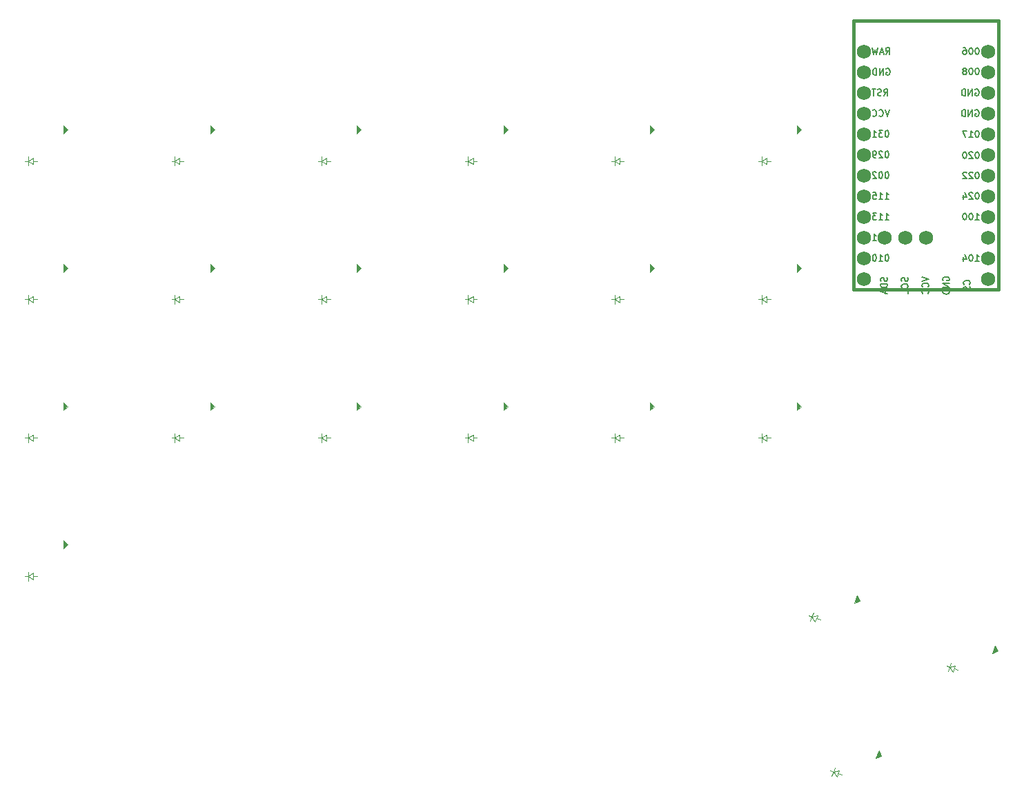
<source format=gbr>
%TF.GenerationSoftware,KiCad,Pcbnew,8.0.5*%
%TF.CreationDate,2024-09-15T18:20:55-04:00*%
%TF.ProjectId,theguy,74686567-7579-42e6-9b69-6361645f7063,v1.0.0*%
%TF.SameCoordinates,Original*%
%TF.FileFunction,Legend,Bot*%
%TF.FilePolarity,Positive*%
%FSLAX46Y46*%
G04 Gerber Fmt 4.6, Leading zero omitted, Abs format (unit mm)*
G04 Created by KiCad (PCBNEW 8.0.5) date 2024-09-15 18:20:55*
%MOMM*%
%LPD*%
G01*
G04 APERTURE LIST*
%ADD10C,0.150000*%
%ADD11C,0.100000*%
%ADD12C,0.381000*%
%ADD13C,1.752600*%
G04 APERTURE END LIST*
D10*
X175044200Y-71303571D02*
X175082295Y-71417857D01*
X175082295Y-71417857D02*
X175082295Y-71608333D01*
X175082295Y-71608333D02*
X175044200Y-71684524D01*
X175044200Y-71684524D02*
X175006104Y-71722619D01*
X175006104Y-71722619D02*
X174929914Y-71760714D01*
X174929914Y-71760714D02*
X174853723Y-71760714D01*
X174853723Y-71760714D02*
X174777533Y-71722619D01*
X174777533Y-71722619D02*
X174739438Y-71684524D01*
X174739438Y-71684524D02*
X174701342Y-71608333D01*
X174701342Y-71608333D02*
X174663247Y-71455952D01*
X174663247Y-71455952D02*
X174625152Y-71379762D01*
X174625152Y-71379762D02*
X174587057Y-71341667D01*
X174587057Y-71341667D02*
X174510866Y-71303571D01*
X174510866Y-71303571D02*
X174434676Y-71303571D01*
X174434676Y-71303571D02*
X174358485Y-71341667D01*
X174358485Y-71341667D02*
X174320390Y-71379762D01*
X174320390Y-71379762D02*
X174282295Y-71455952D01*
X174282295Y-71455952D02*
X174282295Y-71646429D01*
X174282295Y-71646429D02*
X174320390Y-71760714D01*
X175082295Y-72103572D02*
X174282295Y-72103572D01*
X174282295Y-72103572D02*
X174282295Y-72294048D01*
X174282295Y-72294048D02*
X174320390Y-72408334D01*
X174320390Y-72408334D02*
X174396580Y-72484524D01*
X174396580Y-72484524D02*
X174472771Y-72522619D01*
X174472771Y-72522619D02*
X174625152Y-72560715D01*
X174625152Y-72560715D02*
X174739438Y-72560715D01*
X174739438Y-72560715D02*
X174891819Y-72522619D01*
X174891819Y-72522619D02*
X174968009Y-72484524D01*
X174968009Y-72484524D02*
X175044200Y-72408334D01*
X175044200Y-72408334D02*
X175082295Y-72294048D01*
X175082295Y-72294048D02*
X175082295Y-72103572D01*
X174853723Y-72865476D02*
X174853723Y-73246429D01*
X175082295Y-72789286D02*
X174282295Y-73055953D01*
X174282295Y-73055953D02*
X175082295Y-73322619D01*
X179362295Y-71208333D02*
X180162295Y-71475000D01*
X180162295Y-71475000D02*
X179362295Y-71741666D01*
X180086104Y-72465476D02*
X180124200Y-72427380D01*
X180124200Y-72427380D02*
X180162295Y-72313095D01*
X180162295Y-72313095D02*
X180162295Y-72236904D01*
X180162295Y-72236904D02*
X180124200Y-72122618D01*
X180124200Y-72122618D02*
X180048009Y-72046428D01*
X180048009Y-72046428D02*
X179971819Y-72008333D01*
X179971819Y-72008333D02*
X179819438Y-71970237D01*
X179819438Y-71970237D02*
X179705152Y-71970237D01*
X179705152Y-71970237D02*
X179552771Y-72008333D01*
X179552771Y-72008333D02*
X179476580Y-72046428D01*
X179476580Y-72046428D02*
X179400390Y-72122618D01*
X179400390Y-72122618D02*
X179362295Y-72236904D01*
X179362295Y-72236904D02*
X179362295Y-72313095D01*
X179362295Y-72313095D02*
X179400390Y-72427380D01*
X179400390Y-72427380D02*
X179438485Y-72465476D01*
X180086104Y-73265476D02*
X180124200Y-73227380D01*
X180124200Y-73227380D02*
X180162295Y-73113095D01*
X180162295Y-73113095D02*
X180162295Y-73036904D01*
X180162295Y-73036904D02*
X180124200Y-72922618D01*
X180124200Y-72922618D02*
X180048009Y-72846428D01*
X180048009Y-72846428D02*
X179971819Y-72808333D01*
X179971819Y-72808333D02*
X179819438Y-72770237D01*
X179819438Y-72770237D02*
X179705152Y-72770237D01*
X179705152Y-72770237D02*
X179552771Y-72808333D01*
X179552771Y-72808333D02*
X179476580Y-72846428D01*
X179476580Y-72846428D02*
X179400390Y-72922618D01*
X179400390Y-72922618D02*
X179362295Y-73036904D01*
X179362295Y-73036904D02*
X179362295Y-73113095D01*
X179362295Y-73113095D02*
X179400390Y-73227380D01*
X179400390Y-73227380D02*
X179438485Y-73265476D01*
X185166104Y-72141667D02*
X185204200Y-72103571D01*
X185204200Y-72103571D02*
X185242295Y-71989286D01*
X185242295Y-71989286D02*
X185242295Y-71913095D01*
X185242295Y-71913095D02*
X185204200Y-71798809D01*
X185204200Y-71798809D02*
X185128009Y-71722619D01*
X185128009Y-71722619D02*
X185051819Y-71684524D01*
X185051819Y-71684524D02*
X184899438Y-71646428D01*
X184899438Y-71646428D02*
X184785152Y-71646428D01*
X184785152Y-71646428D02*
X184632771Y-71684524D01*
X184632771Y-71684524D02*
X184556580Y-71722619D01*
X184556580Y-71722619D02*
X184480390Y-71798809D01*
X184480390Y-71798809D02*
X184442295Y-71913095D01*
X184442295Y-71913095D02*
X184442295Y-71989286D01*
X184442295Y-71989286D02*
X184480390Y-72103571D01*
X184480390Y-72103571D02*
X184518485Y-72141667D01*
X185204200Y-72446428D02*
X185242295Y-72560714D01*
X185242295Y-72560714D02*
X185242295Y-72751190D01*
X185242295Y-72751190D02*
X185204200Y-72827381D01*
X185204200Y-72827381D02*
X185166104Y-72865476D01*
X185166104Y-72865476D02*
X185089914Y-72903571D01*
X185089914Y-72903571D02*
X185013723Y-72903571D01*
X185013723Y-72903571D02*
X184937533Y-72865476D01*
X184937533Y-72865476D02*
X184899438Y-72827381D01*
X184899438Y-72827381D02*
X184861342Y-72751190D01*
X184861342Y-72751190D02*
X184823247Y-72598809D01*
X184823247Y-72598809D02*
X184785152Y-72522619D01*
X184785152Y-72522619D02*
X184747057Y-72484524D01*
X184747057Y-72484524D02*
X184670866Y-72446428D01*
X184670866Y-72446428D02*
X184594676Y-72446428D01*
X184594676Y-72446428D02*
X184518485Y-72484524D01*
X184518485Y-72484524D02*
X184480390Y-72522619D01*
X184480390Y-72522619D02*
X184442295Y-72598809D01*
X184442295Y-72598809D02*
X184442295Y-72789286D01*
X184442295Y-72789286D02*
X184480390Y-72903571D01*
X181940390Y-71665476D02*
X181902295Y-71589286D01*
X181902295Y-71589286D02*
X181902295Y-71475000D01*
X181902295Y-71475000D02*
X181940390Y-71360714D01*
X181940390Y-71360714D02*
X182016580Y-71284524D01*
X182016580Y-71284524D02*
X182092771Y-71246429D01*
X182092771Y-71246429D02*
X182245152Y-71208333D01*
X182245152Y-71208333D02*
X182359438Y-71208333D01*
X182359438Y-71208333D02*
X182511819Y-71246429D01*
X182511819Y-71246429D02*
X182588009Y-71284524D01*
X182588009Y-71284524D02*
X182664200Y-71360714D01*
X182664200Y-71360714D02*
X182702295Y-71475000D01*
X182702295Y-71475000D02*
X182702295Y-71551191D01*
X182702295Y-71551191D02*
X182664200Y-71665476D01*
X182664200Y-71665476D02*
X182626104Y-71703572D01*
X182626104Y-71703572D02*
X182359438Y-71703572D01*
X182359438Y-71703572D02*
X182359438Y-71551191D01*
X182702295Y-72046429D02*
X181902295Y-72046429D01*
X181902295Y-72046429D02*
X182702295Y-72503572D01*
X182702295Y-72503572D02*
X181902295Y-72503572D01*
X182702295Y-72884524D02*
X181902295Y-72884524D01*
X181902295Y-72884524D02*
X181902295Y-73075000D01*
X181902295Y-73075000D02*
X181940390Y-73189286D01*
X181940390Y-73189286D02*
X182016580Y-73265476D01*
X182016580Y-73265476D02*
X182092771Y-73303571D01*
X182092771Y-73303571D02*
X182245152Y-73341667D01*
X182245152Y-73341667D02*
X182359438Y-73341667D01*
X182359438Y-73341667D02*
X182511819Y-73303571D01*
X182511819Y-73303571D02*
X182588009Y-73265476D01*
X182588009Y-73265476D02*
X182664200Y-73189286D01*
X182664200Y-73189286D02*
X182702295Y-73075000D01*
X182702295Y-73075000D02*
X182702295Y-72884524D01*
X177584200Y-71322618D02*
X177622295Y-71436904D01*
X177622295Y-71436904D02*
X177622295Y-71627380D01*
X177622295Y-71627380D02*
X177584200Y-71703571D01*
X177584200Y-71703571D02*
X177546104Y-71741666D01*
X177546104Y-71741666D02*
X177469914Y-71779761D01*
X177469914Y-71779761D02*
X177393723Y-71779761D01*
X177393723Y-71779761D02*
X177317533Y-71741666D01*
X177317533Y-71741666D02*
X177279438Y-71703571D01*
X177279438Y-71703571D02*
X177241342Y-71627380D01*
X177241342Y-71627380D02*
X177203247Y-71474999D01*
X177203247Y-71474999D02*
X177165152Y-71398809D01*
X177165152Y-71398809D02*
X177127057Y-71360714D01*
X177127057Y-71360714D02*
X177050866Y-71322618D01*
X177050866Y-71322618D02*
X176974676Y-71322618D01*
X176974676Y-71322618D02*
X176898485Y-71360714D01*
X176898485Y-71360714D02*
X176860390Y-71398809D01*
X176860390Y-71398809D02*
X176822295Y-71474999D01*
X176822295Y-71474999D02*
X176822295Y-71665476D01*
X176822295Y-71665476D02*
X176860390Y-71779761D01*
X177546104Y-72579762D02*
X177584200Y-72541666D01*
X177584200Y-72541666D02*
X177622295Y-72427381D01*
X177622295Y-72427381D02*
X177622295Y-72351190D01*
X177622295Y-72351190D02*
X177584200Y-72236904D01*
X177584200Y-72236904D02*
X177508009Y-72160714D01*
X177508009Y-72160714D02*
X177431819Y-72122619D01*
X177431819Y-72122619D02*
X177279438Y-72084523D01*
X177279438Y-72084523D02*
X177165152Y-72084523D01*
X177165152Y-72084523D02*
X177012771Y-72122619D01*
X177012771Y-72122619D02*
X176936580Y-72160714D01*
X176936580Y-72160714D02*
X176860390Y-72236904D01*
X176860390Y-72236904D02*
X176822295Y-72351190D01*
X176822295Y-72351190D02*
X176822295Y-72427381D01*
X176822295Y-72427381D02*
X176860390Y-72541666D01*
X176860390Y-72541666D02*
X176898485Y-72579762D01*
X177622295Y-73303571D02*
X177622295Y-72922619D01*
X177622295Y-72922619D02*
X176822295Y-72922619D01*
X174796142Y-66752295D02*
X175253285Y-66752295D01*
X175024713Y-66752295D02*
X175024713Y-65952295D01*
X175024713Y-65952295D02*
X175100904Y-66066580D01*
X175100904Y-66066580D02*
X175177094Y-66142771D01*
X175177094Y-66142771D02*
X175253285Y-66180866D01*
X174034237Y-66752295D02*
X174491380Y-66752295D01*
X174262808Y-66752295D02*
X174262808Y-65952295D01*
X174262808Y-65952295D02*
X174338999Y-66066580D01*
X174338999Y-66066580D02*
X174415189Y-66142771D01*
X174415189Y-66142771D02*
X174491380Y-66180866D01*
X173272332Y-66752295D02*
X173729475Y-66752295D01*
X173500903Y-66752295D02*
X173500903Y-65952295D01*
X173500903Y-65952295D02*
X173577094Y-66066580D01*
X173577094Y-66066580D02*
X173653284Y-66142771D01*
X173653284Y-66142771D02*
X173729475Y-66180866D01*
X175062808Y-68492295D02*
X174986618Y-68492295D01*
X174986618Y-68492295D02*
X174910427Y-68530390D01*
X174910427Y-68530390D02*
X174872332Y-68568485D01*
X174872332Y-68568485D02*
X174834237Y-68644676D01*
X174834237Y-68644676D02*
X174796142Y-68797057D01*
X174796142Y-68797057D02*
X174796142Y-68987533D01*
X174796142Y-68987533D02*
X174834237Y-69139914D01*
X174834237Y-69139914D02*
X174872332Y-69216104D01*
X174872332Y-69216104D02*
X174910427Y-69254200D01*
X174910427Y-69254200D02*
X174986618Y-69292295D01*
X174986618Y-69292295D02*
X175062808Y-69292295D01*
X175062808Y-69292295D02*
X175138999Y-69254200D01*
X175138999Y-69254200D02*
X175177094Y-69216104D01*
X175177094Y-69216104D02*
X175215189Y-69139914D01*
X175215189Y-69139914D02*
X175253285Y-68987533D01*
X175253285Y-68987533D02*
X175253285Y-68797057D01*
X175253285Y-68797057D02*
X175215189Y-68644676D01*
X175215189Y-68644676D02*
X175177094Y-68568485D01*
X175177094Y-68568485D02*
X175138999Y-68530390D01*
X175138999Y-68530390D02*
X175062808Y-68492295D01*
X174034237Y-69292295D02*
X174491380Y-69292295D01*
X174262808Y-69292295D02*
X174262808Y-68492295D01*
X174262808Y-68492295D02*
X174338999Y-68606580D01*
X174338999Y-68606580D02*
X174415189Y-68682771D01*
X174415189Y-68682771D02*
X174491380Y-68720866D01*
X173538998Y-68492295D02*
X173462808Y-68492295D01*
X173462808Y-68492295D02*
X173386617Y-68530390D01*
X173386617Y-68530390D02*
X173348522Y-68568485D01*
X173348522Y-68568485D02*
X173310427Y-68644676D01*
X173310427Y-68644676D02*
X173272332Y-68797057D01*
X173272332Y-68797057D02*
X173272332Y-68987533D01*
X173272332Y-68987533D02*
X173310427Y-69139914D01*
X173310427Y-69139914D02*
X173348522Y-69216104D01*
X173348522Y-69216104D02*
X173386617Y-69254200D01*
X173386617Y-69254200D02*
X173462808Y-69292295D01*
X173462808Y-69292295D02*
X173538998Y-69292295D01*
X173538998Y-69292295D02*
X173615189Y-69254200D01*
X173615189Y-69254200D02*
X173653284Y-69216104D01*
X173653284Y-69216104D02*
X173691379Y-69139914D01*
X173691379Y-69139914D02*
X173729475Y-68987533D01*
X173729475Y-68987533D02*
X173729475Y-68797057D01*
X173729475Y-68797057D02*
X173691379Y-68644676D01*
X173691379Y-68644676D02*
X173653284Y-68568485D01*
X173653284Y-68568485D02*
X173615189Y-68530390D01*
X173615189Y-68530390D02*
X173538998Y-68492295D01*
X186137189Y-58362295D02*
X186060999Y-58362295D01*
X186060999Y-58362295D02*
X185984808Y-58400390D01*
X185984808Y-58400390D02*
X185946713Y-58438485D01*
X185946713Y-58438485D02*
X185908618Y-58514676D01*
X185908618Y-58514676D02*
X185870523Y-58667057D01*
X185870523Y-58667057D02*
X185870523Y-58857533D01*
X185870523Y-58857533D02*
X185908618Y-59009914D01*
X185908618Y-59009914D02*
X185946713Y-59086104D01*
X185946713Y-59086104D02*
X185984808Y-59124200D01*
X185984808Y-59124200D02*
X186060999Y-59162295D01*
X186060999Y-59162295D02*
X186137189Y-59162295D01*
X186137189Y-59162295D02*
X186213380Y-59124200D01*
X186213380Y-59124200D02*
X186251475Y-59086104D01*
X186251475Y-59086104D02*
X186289570Y-59009914D01*
X186289570Y-59009914D02*
X186327666Y-58857533D01*
X186327666Y-58857533D02*
X186327666Y-58667057D01*
X186327666Y-58667057D02*
X186289570Y-58514676D01*
X186289570Y-58514676D02*
X186251475Y-58438485D01*
X186251475Y-58438485D02*
X186213380Y-58400390D01*
X186213380Y-58400390D02*
X186137189Y-58362295D01*
X185565761Y-58438485D02*
X185527665Y-58400390D01*
X185527665Y-58400390D02*
X185451475Y-58362295D01*
X185451475Y-58362295D02*
X185260999Y-58362295D01*
X185260999Y-58362295D02*
X185184808Y-58400390D01*
X185184808Y-58400390D02*
X185146713Y-58438485D01*
X185146713Y-58438485D02*
X185108618Y-58514676D01*
X185108618Y-58514676D02*
X185108618Y-58590866D01*
X185108618Y-58590866D02*
X185146713Y-58705152D01*
X185146713Y-58705152D02*
X185603856Y-59162295D01*
X185603856Y-59162295D02*
X185108618Y-59162295D01*
X184803856Y-58438485D02*
X184765760Y-58400390D01*
X184765760Y-58400390D02*
X184689570Y-58362295D01*
X184689570Y-58362295D02*
X184499094Y-58362295D01*
X184499094Y-58362295D02*
X184422903Y-58400390D01*
X184422903Y-58400390D02*
X184384808Y-58438485D01*
X184384808Y-58438485D02*
X184346713Y-58514676D01*
X184346713Y-58514676D02*
X184346713Y-58590866D01*
X184346713Y-58590866D02*
X184384808Y-58705152D01*
X184384808Y-58705152D02*
X184841951Y-59162295D01*
X184841951Y-59162295D02*
X184346713Y-59162295D01*
X175329475Y-50712295D02*
X175062808Y-51512295D01*
X175062808Y-51512295D02*
X174796142Y-50712295D01*
X174072332Y-51436104D02*
X174110428Y-51474200D01*
X174110428Y-51474200D02*
X174224713Y-51512295D01*
X174224713Y-51512295D02*
X174300904Y-51512295D01*
X174300904Y-51512295D02*
X174415190Y-51474200D01*
X174415190Y-51474200D02*
X174491380Y-51398009D01*
X174491380Y-51398009D02*
X174529475Y-51321819D01*
X174529475Y-51321819D02*
X174567571Y-51169438D01*
X174567571Y-51169438D02*
X174567571Y-51055152D01*
X174567571Y-51055152D02*
X174529475Y-50902771D01*
X174529475Y-50902771D02*
X174491380Y-50826580D01*
X174491380Y-50826580D02*
X174415190Y-50750390D01*
X174415190Y-50750390D02*
X174300904Y-50712295D01*
X174300904Y-50712295D02*
X174224713Y-50712295D01*
X174224713Y-50712295D02*
X174110428Y-50750390D01*
X174110428Y-50750390D02*
X174072332Y-50788485D01*
X173272332Y-51436104D02*
X173310428Y-51474200D01*
X173310428Y-51474200D02*
X173424713Y-51512295D01*
X173424713Y-51512295D02*
X173500904Y-51512295D01*
X173500904Y-51512295D02*
X173615190Y-51474200D01*
X173615190Y-51474200D02*
X173691380Y-51398009D01*
X173691380Y-51398009D02*
X173729475Y-51321819D01*
X173729475Y-51321819D02*
X173767571Y-51169438D01*
X173767571Y-51169438D02*
X173767571Y-51055152D01*
X173767571Y-51055152D02*
X173729475Y-50902771D01*
X173729475Y-50902771D02*
X173691380Y-50826580D01*
X173691380Y-50826580D02*
X173615190Y-50750390D01*
X173615190Y-50750390D02*
X173500904Y-50712295D01*
X173500904Y-50712295D02*
X173424713Y-50712295D01*
X173424713Y-50712295D02*
X173310428Y-50750390D01*
X173310428Y-50750390D02*
X173272332Y-50788485D01*
X185870523Y-69292295D02*
X186327666Y-69292295D01*
X186099094Y-69292295D02*
X186099094Y-68492295D01*
X186099094Y-68492295D02*
X186175285Y-68606580D01*
X186175285Y-68606580D02*
X186251475Y-68682771D01*
X186251475Y-68682771D02*
X186327666Y-68720866D01*
X185375284Y-68492295D02*
X185299094Y-68492295D01*
X185299094Y-68492295D02*
X185222903Y-68530390D01*
X185222903Y-68530390D02*
X185184808Y-68568485D01*
X185184808Y-68568485D02*
X185146713Y-68644676D01*
X185146713Y-68644676D02*
X185108618Y-68797057D01*
X185108618Y-68797057D02*
X185108618Y-68987533D01*
X185108618Y-68987533D02*
X185146713Y-69139914D01*
X185146713Y-69139914D02*
X185184808Y-69216104D01*
X185184808Y-69216104D02*
X185222903Y-69254200D01*
X185222903Y-69254200D02*
X185299094Y-69292295D01*
X185299094Y-69292295D02*
X185375284Y-69292295D01*
X185375284Y-69292295D02*
X185451475Y-69254200D01*
X185451475Y-69254200D02*
X185489570Y-69216104D01*
X185489570Y-69216104D02*
X185527665Y-69139914D01*
X185527665Y-69139914D02*
X185565761Y-68987533D01*
X185565761Y-68987533D02*
X185565761Y-68797057D01*
X185565761Y-68797057D02*
X185527665Y-68644676D01*
X185527665Y-68644676D02*
X185489570Y-68568485D01*
X185489570Y-68568485D02*
X185451475Y-68530390D01*
X185451475Y-68530390D02*
X185375284Y-68492295D01*
X184422903Y-68758961D02*
X184422903Y-69292295D01*
X184613379Y-68454200D02*
X184803856Y-69025628D01*
X184803856Y-69025628D02*
X184308617Y-69025628D01*
X185870523Y-50750390D02*
X185946713Y-50712295D01*
X185946713Y-50712295D02*
X186060999Y-50712295D01*
X186060999Y-50712295D02*
X186175285Y-50750390D01*
X186175285Y-50750390D02*
X186251475Y-50826580D01*
X186251475Y-50826580D02*
X186289570Y-50902771D01*
X186289570Y-50902771D02*
X186327666Y-51055152D01*
X186327666Y-51055152D02*
X186327666Y-51169438D01*
X186327666Y-51169438D02*
X186289570Y-51321819D01*
X186289570Y-51321819D02*
X186251475Y-51398009D01*
X186251475Y-51398009D02*
X186175285Y-51474200D01*
X186175285Y-51474200D02*
X186060999Y-51512295D01*
X186060999Y-51512295D02*
X185984808Y-51512295D01*
X185984808Y-51512295D02*
X185870523Y-51474200D01*
X185870523Y-51474200D02*
X185832427Y-51436104D01*
X185832427Y-51436104D02*
X185832427Y-51169438D01*
X185832427Y-51169438D02*
X185984808Y-51169438D01*
X185489570Y-51512295D02*
X185489570Y-50712295D01*
X185489570Y-50712295D02*
X185032427Y-51512295D01*
X185032427Y-51512295D02*
X185032427Y-50712295D01*
X184651475Y-51512295D02*
X184651475Y-50712295D01*
X184651475Y-50712295D02*
X184460999Y-50712295D01*
X184460999Y-50712295D02*
X184346713Y-50750390D01*
X184346713Y-50750390D02*
X184270523Y-50826580D01*
X184270523Y-50826580D02*
X184232428Y-50902771D01*
X184232428Y-50902771D02*
X184194332Y-51055152D01*
X184194332Y-51055152D02*
X184194332Y-51169438D01*
X184194332Y-51169438D02*
X184232428Y-51321819D01*
X184232428Y-51321819D02*
X184270523Y-51398009D01*
X184270523Y-51398009D02*
X184346713Y-51474200D01*
X184346713Y-51474200D02*
X184460999Y-51512295D01*
X184460999Y-51512295D02*
X184651475Y-51512295D01*
X175062808Y-58332295D02*
X174986618Y-58332295D01*
X174986618Y-58332295D02*
X174910427Y-58370390D01*
X174910427Y-58370390D02*
X174872332Y-58408485D01*
X174872332Y-58408485D02*
X174834237Y-58484676D01*
X174834237Y-58484676D02*
X174796142Y-58637057D01*
X174796142Y-58637057D02*
X174796142Y-58827533D01*
X174796142Y-58827533D02*
X174834237Y-58979914D01*
X174834237Y-58979914D02*
X174872332Y-59056104D01*
X174872332Y-59056104D02*
X174910427Y-59094200D01*
X174910427Y-59094200D02*
X174986618Y-59132295D01*
X174986618Y-59132295D02*
X175062808Y-59132295D01*
X175062808Y-59132295D02*
X175138999Y-59094200D01*
X175138999Y-59094200D02*
X175177094Y-59056104D01*
X175177094Y-59056104D02*
X175215189Y-58979914D01*
X175215189Y-58979914D02*
X175253285Y-58827533D01*
X175253285Y-58827533D02*
X175253285Y-58637057D01*
X175253285Y-58637057D02*
X175215189Y-58484676D01*
X175215189Y-58484676D02*
X175177094Y-58408485D01*
X175177094Y-58408485D02*
X175138999Y-58370390D01*
X175138999Y-58370390D02*
X175062808Y-58332295D01*
X174300903Y-58332295D02*
X174224713Y-58332295D01*
X174224713Y-58332295D02*
X174148522Y-58370390D01*
X174148522Y-58370390D02*
X174110427Y-58408485D01*
X174110427Y-58408485D02*
X174072332Y-58484676D01*
X174072332Y-58484676D02*
X174034237Y-58637057D01*
X174034237Y-58637057D02*
X174034237Y-58827533D01*
X174034237Y-58827533D02*
X174072332Y-58979914D01*
X174072332Y-58979914D02*
X174110427Y-59056104D01*
X174110427Y-59056104D02*
X174148522Y-59094200D01*
X174148522Y-59094200D02*
X174224713Y-59132295D01*
X174224713Y-59132295D02*
X174300903Y-59132295D01*
X174300903Y-59132295D02*
X174377094Y-59094200D01*
X174377094Y-59094200D02*
X174415189Y-59056104D01*
X174415189Y-59056104D02*
X174453284Y-58979914D01*
X174453284Y-58979914D02*
X174491380Y-58827533D01*
X174491380Y-58827533D02*
X174491380Y-58637057D01*
X174491380Y-58637057D02*
X174453284Y-58484676D01*
X174453284Y-58484676D02*
X174415189Y-58408485D01*
X174415189Y-58408485D02*
X174377094Y-58370390D01*
X174377094Y-58370390D02*
X174300903Y-58332295D01*
X173729475Y-58408485D02*
X173691379Y-58370390D01*
X173691379Y-58370390D02*
X173615189Y-58332295D01*
X173615189Y-58332295D02*
X173424713Y-58332295D01*
X173424713Y-58332295D02*
X173348522Y-58370390D01*
X173348522Y-58370390D02*
X173310427Y-58408485D01*
X173310427Y-58408485D02*
X173272332Y-58484676D01*
X173272332Y-58484676D02*
X173272332Y-58560866D01*
X173272332Y-58560866D02*
X173310427Y-58675152D01*
X173310427Y-58675152D02*
X173767570Y-59132295D01*
X173767570Y-59132295D02*
X173272332Y-59132295D01*
X174650094Y-48972295D02*
X174916761Y-48591342D01*
X175107237Y-48972295D02*
X175107237Y-48172295D01*
X175107237Y-48172295D02*
X174802475Y-48172295D01*
X174802475Y-48172295D02*
X174726285Y-48210390D01*
X174726285Y-48210390D02*
X174688190Y-48248485D01*
X174688190Y-48248485D02*
X174650094Y-48324676D01*
X174650094Y-48324676D02*
X174650094Y-48438961D01*
X174650094Y-48438961D02*
X174688190Y-48515152D01*
X174688190Y-48515152D02*
X174726285Y-48553247D01*
X174726285Y-48553247D02*
X174802475Y-48591342D01*
X174802475Y-48591342D02*
X175107237Y-48591342D01*
X174345333Y-48934200D02*
X174231047Y-48972295D01*
X174231047Y-48972295D02*
X174040571Y-48972295D01*
X174040571Y-48972295D02*
X173964380Y-48934200D01*
X173964380Y-48934200D02*
X173926285Y-48896104D01*
X173926285Y-48896104D02*
X173888190Y-48819914D01*
X173888190Y-48819914D02*
X173888190Y-48743723D01*
X173888190Y-48743723D02*
X173926285Y-48667533D01*
X173926285Y-48667533D02*
X173964380Y-48629438D01*
X173964380Y-48629438D02*
X174040571Y-48591342D01*
X174040571Y-48591342D02*
X174192952Y-48553247D01*
X174192952Y-48553247D02*
X174269142Y-48515152D01*
X174269142Y-48515152D02*
X174307237Y-48477057D01*
X174307237Y-48477057D02*
X174345333Y-48400866D01*
X174345333Y-48400866D02*
X174345333Y-48324676D01*
X174345333Y-48324676D02*
X174307237Y-48248485D01*
X174307237Y-48248485D02*
X174269142Y-48210390D01*
X174269142Y-48210390D02*
X174192952Y-48172295D01*
X174192952Y-48172295D02*
X174002475Y-48172295D01*
X174002475Y-48172295D02*
X173888190Y-48210390D01*
X173659618Y-48172295D02*
X173202475Y-48172295D01*
X173431047Y-48972295D02*
X173431047Y-48172295D01*
X175062808Y-55792295D02*
X174986618Y-55792295D01*
X174986618Y-55792295D02*
X174910427Y-55830390D01*
X174910427Y-55830390D02*
X174872332Y-55868485D01*
X174872332Y-55868485D02*
X174834237Y-55944676D01*
X174834237Y-55944676D02*
X174796142Y-56097057D01*
X174796142Y-56097057D02*
X174796142Y-56287533D01*
X174796142Y-56287533D02*
X174834237Y-56439914D01*
X174834237Y-56439914D02*
X174872332Y-56516104D01*
X174872332Y-56516104D02*
X174910427Y-56554200D01*
X174910427Y-56554200D02*
X174986618Y-56592295D01*
X174986618Y-56592295D02*
X175062808Y-56592295D01*
X175062808Y-56592295D02*
X175138999Y-56554200D01*
X175138999Y-56554200D02*
X175177094Y-56516104D01*
X175177094Y-56516104D02*
X175215189Y-56439914D01*
X175215189Y-56439914D02*
X175253285Y-56287533D01*
X175253285Y-56287533D02*
X175253285Y-56097057D01*
X175253285Y-56097057D02*
X175215189Y-55944676D01*
X175215189Y-55944676D02*
X175177094Y-55868485D01*
X175177094Y-55868485D02*
X175138999Y-55830390D01*
X175138999Y-55830390D02*
X175062808Y-55792295D01*
X174491380Y-55868485D02*
X174453284Y-55830390D01*
X174453284Y-55830390D02*
X174377094Y-55792295D01*
X174377094Y-55792295D02*
X174186618Y-55792295D01*
X174186618Y-55792295D02*
X174110427Y-55830390D01*
X174110427Y-55830390D02*
X174072332Y-55868485D01*
X174072332Y-55868485D02*
X174034237Y-55944676D01*
X174034237Y-55944676D02*
X174034237Y-56020866D01*
X174034237Y-56020866D02*
X174072332Y-56135152D01*
X174072332Y-56135152D02*
X174529475Y-56592295D01*
X174529475Y-56592295D02*
X174034237Y-56592295D01*
X173653284Y-56592295D02*
X173500903Y-56592295D01*
X173500903Y-56592295D02*
X173424713Y-56554200D01*
X173424713Y-56554200D02*
X173386617Y-56516104D01*
X173386617Y-56516104D02*
X173310427Y-56401819D01*
X173310427Y-56401819D02*
X173272332Y-56249438D01*
X173272332Y-56249438D02*
X173272332Y-55944676D01*
X173272332Y-55944676D02*
X173310427Y-55868485D01*
X173310427Y-55868485D02*
X173348522Y-55830390D01*
X173348522Y-55830390D02*
X173424713Y-55792295D01*
X173424713Y-55792295D02*
X173577094Y-55792295D01*
X173577094Y-55792295D02*
X173653284Y-55830390D01*
X173653284Y-55830390D02*
X173691379Y-55868485D01*
X173691379Y-55868485D02*
X173729475Y-55944676D01*
X173729475Y-55944676D02*
X173729475Y-56135152D01*
X173729475Y-56135152D02*
X173691379Y-56211342D01*
X173691379Y-56211342D02*
X173653284Y-56249438D01*
X173653284Y-56249438D02*
X173577094Y-56287533D01*
X173577094Y-56287533D02*
X173424713Y-56287533D01*
X173424713Y-56287533D02*
X173348522Y-56249438D01*
X173348522Y-56249438D02*
X173310427Y-56211342D01*
X173310427Y-56211342D02*
X173272332Y-56135152D01*
X186137189Y-55862295D02*
X186060999Y-55862295D01*
X186060999Y-55862295D02*
X185984808Y-55900390D01*
X185984808Y-55900390D02*
X185946713Y-55938485D01*
X185946713Y-55938485D02*
X185908618Y-56014676D01*
X185908618Y-56014676D02*
X185870523Y-56167057D01*
X185870523Y-56167057D02*
X185870523Y-56357533D01*
X185870523Y-56357533D02*
X185908618Y-56509914D01*
X185908618Y-56509914D02*
X185946713Y-56586104D01*
X185946713Y-56586104D02*
X185984808Y-56624200D01*
X185984808Y-56624200D02*
X186060999Y-56662295D01*
X186060999Y-56662295D02*
X186137189Y-56662295D01*
X186137189Y-56662295D02*
X186213380Y-56624200D01*
X186213380Y-56624200D02*
X186251475Y-56586104D01*
X186251475Y-56586104D02*
X186289570Y-56509914D01*
X186289570Y-56509914D02*
X186327666Y-56357533D01*
X186327666Y-56357533D02*
X186327666Y-56167057D01*
X186327666Y-56167057D02*
X186289570Y-56014676D01*
X186289570Y-56014676D02*
X186251475Y-55938485D01*
X186251475Y-55938485D02*
X186213380Y-55900390D01*
X186213380Y-55900390D02*
X186137189Y-55862295D01*
X185565761Y-55938485D02*
X185527665Y-55900390D01*
X185527665Y-55900390D02*
X185451475Y-55862295D01*
X185451475Y-55862295D02*
X185260999Y-55862295D01*
X185260999Y-55862295D02*
X185184808Y-55900390D01*
X185184808Y-55900390D02*
X185146713Y-55938485D01*
X185146713Y-55938485D02*
X185108618Y-56014676D01*
X185108618Y-56014676D02*
X185108618Y-56090866D01*
X185108618Y-56090866D02*
X185146713Y-56205152D01*
X185146713Y-56205152D02*
X185603856Y-56662295D01*
X185603856Y-56662295D02*
X185108618Y-56662295D01*
X184613379Y-55862295D02*
X184537189Y-55862295D01*
X184537189Y-55862295D02*
X184460998Y-55900390D01*
X184460998Y-55900390D02*
X184422903Y-55938485D01*
X184422903Y-55938485D02*
X184384808Y-56014676D01*
X184384808Y-56014676D02*
X184346713Y-56167057D01*
X184346713Y-56167057D02*
X184346713Y-56357533D01*
X184346713Y-56357533D02*
X184384808Y-56509914D01*
X184384808Y-56509914D02*
X184422903Y-56586104D01*
X184422903Y-56586104D02*
X184460998Y-56624200D01*
X184460998Y-56624200D02*
X184537189Y-56662295D01*
X184537189Y-56662295D02*
X184613379Y-56662295D01*
X184613379Y-56662295D02*
X184689570Y-56624200D01*
X184689570Y-56624200D02*
X184727665Y-56586104D01*
X184727665Y-56586104D02*
X184765760Y-56509914D01*
X184765760Y-56509914D02*
X184803856Y-56357533D01*
X184803856Y-56357533D02*
X184803856Y-56167057D01*
X184803856Y-56167057D02*
X184765760Y-56014676D01*
X184765760Y-56014676D02*
X184727665Y-55938485D01*
X184727665Y-55938485D02*
X184689570Y-55900390D01*
X184689570Y-55900390D02*
X184613379Y-55862295D01*
X185870523Y-64212295D02*
X186327666Y-64212295D01*
X186099094Y-64212295D02*
X186099094Y-63412295D01*
X186099094Y-63412295D02*
X186175285Y-63526580D01*
X186175285Y-63526580D02*
X186251475Y-63602771D01*
X186251475Y-63602771D02*
X186327666Y-63640866D01*
X185375284Y-63412295D02*
X185299094Y-63412295D01*
X185299094Y-63412295D02*
X185222903Y-63450390D01*
X185222903Y-63450390D02*
X185184808Y-63488485D01*
X185184808Y-63488485D02*
X185146713Y-63564676D01*
X185146713Y-63564676D02*
X185108618Y-63717057D01*
X185108618Y-63717057D02*
X185108618Y-63907533D01*
X185108618Y-63907533D02*
X185146713Y-64059914D01*
X185146713Y-64059914D02*
X185184808Y-64136104D01*
X185184808Y-64136104D02*
X185222903Y-64174200D01*
X185222903Y-64174200D02*
X185299094Y-64212295D01*
X185299094Y-64212295D02*
X185375284Y-64212295D01*
X185375284Y-64212295D02*
X185451475Y-64174200D01*
X185451475Y-64174200D02*
X185489570Y-64136104D01*
X185489570Y-64136104D02*
X185527665Y-64059914D01*
X185527665Y-64059914D02*
X185565761Y-63907533D01*
X185565761Y-63907533D02*
X185565761Y-63717057D01*
X185565761Y-63717057D02*
X185527665Y-63564676D01*
X185527665Y-63564676D02*
X185489570Y-63488485D01*
X185489570Y-63488485D02*
X185451475Y-63450390D01*
X185451475Y-63450390D02*
X185375284Y-63412295D01*
X184613379Y-63412295D02*
X184537189Y-63412295D01*
X184537189Y-63412295D02*
X184460998Y-63450390D01*
X184460998Y-63450390D02*
X184422903Y-63488485D01*
X184422903Y-63488485D02*
X184384808Y-63564676D01*
X184384808Y-63564676D02*
X184346713Y-63717057D01*
X184346713Y-63717057D02*
X184346713Y-63907533D01*
X184346713Y-63907533D02*
X184384808Y-64059914D01*
X184384808Y-64059914D02*
X184422903Y-64136104D01*
X184422903Y-64136104D02*
X184460998Y-64174200D01*
X184460998Y-64174200D02*
X184537189Y-64212295D01*
X184537189Y-64212295D02*
X184613379Y-64212295D01*
X184613379Y-64212295D02*
X184689570Y-64174200D01*
X184689570Y-64174200D02*
X184727665Y-64136104D01*
X184727665Y-64136104D02*
X184765760Y-64059914D01*
X184765760Y-64059914D02*
X184803856Y-63907533D01*
X184803856Y-63907533D02*
X184803856Y-63717057D01*
X184803856Y-63717057D02*
X184765760Y-63564676D01*
X184765760Y-63564676D02*
X184727665Y-63488485D01*
X184727665Y-63488485D02*
X184689570Y-63450390D01*
X184689570Y-63450390D02*
X184613379Y-63412295D01*
X186137189Y-53262295D02*
X186060999Y-53262295D01*
X186060999Y-53262295D02*
X185984808Y-53300390D01*
X185984808Y-53300390D02*
X185946713Y-53338485D01*
X185946713Y-53338485D02*
X185908618Y-53414676D01*
X185908618Y-53414676D02*
X185870523Y-53567057D01*
X185870523Y-53567057D02*
X185870523Y-53757533D01*
X185870523Y-53757533D02*
X185908618Y-53909914D01*
X185908618Y-53909914D02*
X185946713Y-53986104D01*
X185946713Y-53986104D02*
X185984808Y-54024200D01*
X185984808Y-54024200D02*
X186060999Y-54062295D01*
X186060999Y-54062295D02*
X186137189Y-54062295D01*
X186137189Y-54062295D02*
X186213380Y-54024200D01*
X186213380Y-54024200D02*
X186251475Y-53986104D01*
X186251475Y-53986104D02*
X186289570Y-53909914D01*
X186289570Y-53909914D02*
X186327666Y-53757533D01*
X186327666Y-53757533D02*
X186327666Y-53567057D01*
X186327666Y-53567057D02*
X186289570Y-53414676D01*
X186289570Y-53414676D02*
X186251475Y-53338485D01*
X186251475Y-53338485D02*
X186213380Y-53300390D01*
X186213380Y-53300390D02*
X186137189Y-53262295D01*
X185108618Y-54062295D02*
X185565761Y-54062295D01*
X185337189Y-54062295D02*
X185337189Y-53262295D01*
X185337189Y-53262295D02*
X185413380Y-53376580D01*
X185413380Y-53376580D02*
X185489570Y-53452771D01*
X185489570Y-53452771D02*
X185565761Y-53490866D01*
X184841951Y-53262295D02*
X184308617Y-53262295D01*
X184308617Y-53262295D02*
X184651475Y-54062295D01*
X175062808Y-53252295D02*
X174986618Y-53252295D01*
X174986618Y-53252295D02*
X174910427Y-53290390D01*
X174910427Y-53290390D02*
X174872332Y-53328485D01*
X174872332Y-53328485D02*
X174834237Y-53404676D01*
X174834237Y-53404676D02*
X174796142Y-53557057D01*
X174796142Y-53557057D02*
X174796142Y-53747533D01*
X174796142Y-53747533D02*
X174834237Y-53899914D01*
X174834237Y-53899914D02*
X174872332Y-53976104D01*
X174872332Y-53976104D02*
X174910427Y-54014200D01*
X174910427Y-54014200D02*
X174986618Y-54052295D01*
X174986618Y-54052295D02*
X175062808Y-54052295D01*
X175062808Y-54052295D02*
X175138999Y-54014200D01*
X175138999Y-54014200D02*
X175177094Y-53976104D01*
X175177094Y-53976104D02*
X175215189Y-53899914D01*
X175215189Y-53899914D02*
X175253285Y-53747533D01*
X175253285Y-53747533D02*
X175253285Y-53557057D01*
X175253285Y-53557057D02*
X175215189Y-53404676D01*
X175215189Y-53404676D02*
X175177094Y-53328485D01*
X175177094Y-53328485D02*
X175138999Y-53290390D01*
X175138999Y-53290390D02*
X175062808Y-53252295D01*
X174529475Y-53252295D02*
X174034237Y-53252295D01*
X174034237Y-53252295D02*
X174300903Y-53557057D01*
X174300903Y-53557057D02*
X174186618Y-53557057D01*
X174186618Y-53557057D02*
X174110427Y-53595152D01*
X174110427Y-53595152D02*
X174072332Y-53633247D01*
X174072332Y-53633247D02*
X174034237Y-53709438D01*
X174034237Y-53709438D02*
X174034237Y-53899914D01*
X174034237Y-53899914D02*
X174072332Y-53976104D01*
X174072332Y-53976104D02*
X174110427Y-54014200D01*
X174110427Y-54014200D02*
X174186618Y-54052295D01*
X174186618Y-54052295D02*
X174415189Y-54052295D01*
X174415189Y-54052295D02*
X174491380Y-54014200D01*
X174491380Y-54014200D02*
X174529475Y-53976104D01*
X173272332Y-54052295D02*
X173729475Y-54052295D01*
X173500903Y-54052295D02*
X173500903Y-53252295D01*
X173500903Y-53252295D02*
X173577094Y-53366580D01*
X173577094Y-53366580D02*
X173653284Y-53442771D01*
X173653284Y-53442771D02*
X173729475Y-53480866D01*
X186137189Y-60872295D02*
X186060999Y-60872295D01*
X186060999Y-60872295D02*
X185984808Y-60910390D01*
X185984808Y-60910390D02*
X185946713Y-60948485D01*
X185946713Y-60948485D02*
X185908618Y-61024676D01*
X185908618Y-61024676D02*
X185870523Y-61177057D01*
X185870523Y-61177057D02*
X185870523Y-61367533D01*
X185870523Y-61367533D02*
X185908618Y-61519914D01*
X185908618Y-61519914D02*
X185946713Y-61596104D01*
X185946713Y-61596104D02*
X185984808Y-61634200D01*
X185984808Y-61634200D02*
X186060999Y-61672295D01*
X186060999Y-61672295D02*
X186137189Y-61672295D01*
X186137189Y-61672295D02*
X186213380Y-61634200D01*
X186213380Y-61634200D02*
X186251475Y-61596104D01*
X186251475Y-61596104D02*
X186289570Y-61519914D01*
X186289570Y-61519914D02*
X186327666Y-61367533D01*
X186327666Y-61367533D02*
X186327666Y-61177057D01*
X186327666Y-61177057D02*
X186289570Y-61024676D01*
X186289570Y-61024676D02*
X186251475Y-60948485D01*
X186251475Y-60948485D02*
X186213380Y-60910390D01*
X186213380Y-60910390D02*
X186137189Y-60872295D01*
X185565761Y-60948485D02*
X185527665Y-60910390D01*
X185527665Y-60910390D02*
X185451475Y-60872295D01*
X185451475Y-60872295D02*
X185260999Y-60872295D01*
X185260999Y-60872295D02*
X185184808Y-60910390D01*
X185184808Y-60910390D02*
X185146713Y-60948485D01*
X185146713Y-60948485D02*
X185108618Y-61024676D01*
X185108618Y-61024676D02*
X185108618Y-61100866D01*
X185108618Y-61100866D02*
X185146713Y-61215152D01*
X185146713Y-61215152D02*
X185603856Y-61672295D01*
X185603856Y-61672295D02*
X185108618Y-61672295D01*
X184422903Y-61138961D02*
X184422903Y-61672295D01*
X184613379Y-60834200D02*
X184803856Y-61405628D01*
X184803856Y-61405628D02*
X184308617Y-61405628D01*
X174796142Y-61672295D02*
X175253285Y-61672295D01*
X175024713Y-61672295D02*
X175024713Y-60872295D01*
X175024713Y-60872295D02*
X175100904Y-60986580D01*
X175100904Y-60986580D02*
X175177094Y-61062771D01*
X175177094Y-61062771D02*
X175253285Y-61100866D01*
X174034237Y-61672295D02*
X174491380Y-61672295D01*
X174262808Y-61672295D02*
X174262808Y-60872295D01*
X174262808Y-60872295D02*
X174338999Y-60986580D01*
X174338999Y-60986580D02*
X174415189Y-61062771D01*
X174415189Y-61062771D02*
X174491380Y-61100866D01*
X173310427Y-60872295D02*
X173691379Y-60872295D01*
X173691379Y-60872295D02*
X173729475Y-61253247D01*
X173729475Y-61253247D02*
X173691379Y-61215152D01*
X173691379Y-61215152D02*
X173615189Y-61177057D01*
X173615189Y-61177057D02*
X173424713Y-61177057D01*
X173424713Y-61177057D02*
X173348522Y-61215152D01*
X173348522Y-61215152D02*
X173310427Y-61253247D01*
X173310427Y-61253247D02*
X173272332Y-61329438D01*
X173272332Y-61329438D02*
X173272332Y-61519914D01*
X173272332Y-61519914D02*
X173310427Y-61596104D01*
X173310427Y-61596104D02*
X173348522Y-61634200D01*
X173348522Y-61634200D02*
X173424713Y-61672295D01*
X173424713Y-61672295D02*
X173615189Y-61672295D01*
X173615189Y-61672295D02*
X173691379Y-61634200D01*
X173691379Y-61634200D02*
X173729475Y-61596104D01*
X186137189Y-45562295D02*
X186060999Y-45562295D01*
X186060999Y-45562295D02*
X185984808Y-45600390D01*
X185984808Y-45600390D02*
X185946713Y-45638485D01*
X185946713Y-45638485D02*
X185908618Y-45714676D01*
X185908618Y-45714676D02*
X185870523Y-45867057D01*
X185870523Y-45867057D02*
X185870523Y-46057533D01*
X185870523Y-46057533D02*
X185908618Y-46209914D01*
X185908618Y-46209914D02*
X185946713Y-46286104D01*
X185946713Y-46286104D02*
X185984808Y-46324200D01*
X185984808Y-46324200D02*
X186060999Y-46362295D01*
X186060999Y-46362295D02*
X186137189Y-46362295D01*
X186137189Y-46362295D02*
X186213380Y-46324200D01*
X186213380Y-46324200D02*
X186251475Y-46286104D01*
X186251475Y-46286104D02*
X186289570Y-46209914D01*
X186289570Y-46209914D02*
X186327666Y-46057533D01*
X186327666Y-46057533D02*
X186327666Y-45867057D01*
X186327666Y-45867057D02*
X186289570Y-45714676D01*
X186289570Y-45714676D02*
X186251475Y-45638485D01*
X186251475Y-45638485D02*
X186213380Y-45600390D01*
X186213380Y-45600390D02*
X186137189Y-45562295D01*
X185375284Y-45562295D02*
X185299094Y-45562295D01*
X185299094Y-45562295D02*
X185222903Y-45600390D01*
X185222903Y-45600390D02*
X185184808Y-45638485D01*
X185184808Y-45638485D02*
X185146713Y-45714676D01*
X185146713Y-45714676D02*
X185108618Y-45867057D01*
X185108618Y-45867057D02*
X185108618Y-46057533D01*
X185108618Y-46057533D02*
X185146713Y-46209914D01*
X185146713Y-46209914D02*
X185184808Y-46286104D01*
X185184808Y-46286104D02*
X185222903Y-46324200D01*
X185222903Y-46324200D02*
X185299094Y-46362295D01*
X185299094Y-46362295D02*
X185375284Y-46362295D01*
X185375284Y-46362295D02*
X185451475Y-46324200D01*
X185451475Y-46324200D02*
X185489570Y-46286104D01*
X185489570Y-46286104D02*
X185527665Y-46209914D01*
X185527665Y-46209914D02*
X185565761Y-46057533D01*
X185565761Y-46057533D02*
X185565761Y-45867057D01*
X185565761Y-45867057D02*
X185527665Y-45714676D01*
X185527665Y-45714676D02*
X185489570Y-45638485D01*
X185489570Y-45638485D02*
X185451475Y-45600390D01*
X185451475Y-45600390D02*
X185375284Y-45562295D01*
X184651475Y-45905152D02*
X184727665Y-45867057D01*
X184727665Y-45867057D02*
X184765760Y-45828961D01*
X184765760Y-45828961D02*
X184803856Y-45752771D01*
X184803856Y-45752771D02*
X184803856Y-45714676D01*
X184803856Y-45714676D02*
X184765760Y-45638485D01*
X184765760Y-45638485D02*
X184727665Y-45600390D01*
X184727665Y-45600390D02*
X184651475Y-45562295D01*
X184651475Y-45562295D02*
X184499094Y-45562295D01*
X184499094Y-45562295D02*
X184422903Y-45600390D01*
X184422903Y-45600390D02*
X184384808Y-45638485D01*
X184384808Y-45638485D02*
X184346713Y-45714676D01*
X184346713Y-45714676D02*
X184346713Y-45752771D01*
X184346713Y-45752771D02*
X184384808Y-45828961D01*
X184384808Y-45828961D02*
X184422903Y-45867057D01*
X184422903Y-45867057D02*
X184499094Y-45905152D01*
X184499094Y-45905152D02*
X184651475Y-45905152D01*
X184651475Y-45905152D02*
X184727665Y-45943247D01*
X184727665Y-45943247D02*
X184765760Y-45981342D01*
X184765760Y-45981342D02*
X184803856Y-46057533D01*
X184803856Y-46057533D02*
X184803856Y-46209914D01*
X184803856Y-46209914D02*
X184765760Y-46286104D01*
X184765760Y-46286104D02*
X184727665Y-46324200D01*
X184727665Y-46324200D02*
X184651475Y-46362295D01*
X184651475Y-46362295D02*
X184499094Y-46362295D01*
X184499094Y-46362295D02*
X184422903Y-46324200D01*
X184422903Y-46324200D02*
X184384808Y-46286104D01*
X184384808Y-46286104D02*
X184346713Y-46209914D01*
X184346713Y-46209914D02*
X184346713Y-46057533D01*
X184346713Y-46057533D02*
X184384808Y-45981342D01*
X184384808Y-45981342D02*
X184422903Y-45943247D01*
X184422903Y-45943247D02*
X184499094Y-45905152D01*
X174796142Y-64212295D02*
X175253285Y-64212295D01*
X175024713Y-64212295D02*
X175024713Y-63412295D01*
X175024713Y-63412295D02*
X175100904Y-63526580D01*
X175100904Y-63526580D02*
X175177094Y-63602771D01*
X175177094Y-63602771D02*
X175253285Y-63640866D01*
X174034237Y-64212295D02*
X174491380Y-64212295D01*
X174262808Y-64212295D02*
X174262808Y-63412295D01*
X174262808Y-63412295D02*
X174338999Y-63526580D01*
X174338999Y-63526580D02*
X174415189Y-63602771D01*
X174415189Y-63602771D02*
X174491380Y-63640866D01*
X173767570Y-63412295D02*
X173272332Y-63412295D01*
X173272332Y-63412295D02*
X173538998Y-63717057D01*
X173538998Y-63717057D02*
X173424713Y-63717057D01*
X173424713Y-63717057D02*
X173348522Y-63755152D01*
X173348522Y-63755152D02*
X173310427Y-63793247D01*
X173310427Y-63793247D02*
X173272332Y-63869438D01*
X173272332Y-63869438D02*
X173272332Y-64059914D01*
X173272332Y-64059914D02*
X173310427Y-64136104D01*
X173310427Y-64136104D02*
X173348522Y-64174200D01*
X173348522Y-64174200D02*
X173424713Y-64212295D01*
X173424713Y-64212295D02*
X173653284Y-64212295D01*
X173653284Y-64212295D02*
X173729475Y-64174200D01*
X173729475Y-64174200D02*
X173767570Y-64136104D01*
X185870523Y-48210390D02*
X185946713Y-48172295D01*
X185946713Y-48172295D02*
X186060999Y-48172295D01*
X186060999Y-48172295D02*
X186175285Y-48210390D01*
X186175285Y-48210390D02*
X186251475Y-48286580D01*
X186251475Y-48286580D02*
X186289570Y-48362771D01*
X186289570Y-48362771D02*
X186327666Y-48515152D01*
X186327666Y-48515152D02*
X186327666Y-48629438D01*
X186327666Y-48629438D02*
X186289570Y-48781819D01*
X186289570Y-48781819D02*
X186251475Y-48858009D01*
X186251475Y-48858009D02*
X186175285Y-48934200D01*
X186175285Y-48934200D02*
X186060999Y-48972295D01*
X186060999Y-48972295D02*
X185984808Y-48972295D01*
X185984808Y-48972295D02*
X185870523Y-48934200D01*
X185870523Y-48934200D02*
X185832427Y-48896104D01*
X185832427Y-48896104D02*
X185832427Y-48629438D01*
X185832427Y-48629438D02*
X185984808Y-48629438D01*
X185489570Y-48972295D02*
X185489570Y-48172295D01*
X185489570Y-48172295D02*
X185032427Y-48972295D01*
X185032427Y-48972295D02*
X185032427Y-48172295D01*
X184651475Y-48972295D02*
X184651475Y-48172295D01*
X184651475Y-48172295D02*
X184460999Y-48172295D01*
X184460999Y-48172295D02*
X184346713Y-48210390D01*
X184346713Y-48210390D02*
X184270523Y-48286580D01*
X184270523Y-48286580D02*
X184232428Y-48362771D01*
X184232428Y-48362771D02*
X184194332Y-48515152D01*
X184194332Y-48515152D02*
X184194332Y-48629438D01*
X184194332Y-48629438D02*
X184232428Y-48781819D01*
X184232428Y-48781819D02*
X184270523Y-48858009D01*
X184270523Y-48858009D02*
X184346713Y-48934200D01*
X184346713Y-48934200D02*
X184460999Y-48972295D01*
X184460999Y-48972295D02*
X184651475Y-48972295D01*
X174954856Y-45670390D02*
X175031046Y-45632295D01*
X175031046Y-45632295D02*
X175145332Y-45632295D01*
X175145332Y-45632295D02*
X175259618Y-45670390D01*
X175259618Y-45670390D02*
X175335808Y-45746580D01*
X175335808Y-45746580D02*
X175373903Y-45822771D01*
X175373903Y-45822771D02*
X175411999Y-45975152D01*
X175411999Y-45975152D02*
X175411999Y-46089438D01*
X175411999Y-46089438D02*
X175373903Y-46241819D01*
X175373903Y-46241819D02*
X175335808Y-46318009D01*
X175335808Y-46318009D02*
X175259618Y-46394200D01*
X175259618Y-46394200D02*
X175145332Y-46432295D01*
X175145332Y-46432295D02*
X175069141Y-46432295D01*
X175069141Y-46432295D02*
X174954856Y-46394200D01*
X174954856Y-46394200D02*
X174916760Y-46356104D01*
X174916760Y-46356104D02*
X174916760Y-46089438D01*
X174916760Y-46089438D02*
X175069141Y-46089438D01*
X174573903Y-46432295D02*
X174573903Y-45632295D01*
X174573903Y-45632295D02*
X174116760Y-46432295D01*
X174116760Y-46432295D02*
X174116760Y-45632295D01*
X173735808Y-46432295D02*
X173735808Y-45632295D01*
X173735808Y-45632295D02*
X173545332Y-45632295D01*
X173545332Y-45632295D02*
X173431046Y-45670390D01*
X173431046Y-45670390D02*
X173354856Y-45746580D01*
X173354856Y-45746580D02*
X173316761Y-45822771D01*
X173316761Y-45822771D02*
X173278665Y-45975152D01*
X173278665Y-45975152D02*
X173278665Y-46089438D01*
X173278665Y-46089438D02*
X173316761Y-46241819D01*
X173316761Y-46241819D02*
X173354856Y-46318009D01*
X173354856Y-46318009D02*
X173431046Y-46394200D01*
X173431046Y-46394200D02*
X173545332Y-46432295D01*
X173545332Y-46432295D02*
X173735808Y-46432295D01*
X186137189Y-43092295D02*
X186060999Y-43092295D01*
X186060999Y-43092295D02*
X185984808Y-43130390D01*
X185984808Y-43130390D02*
X185946713Y-43168485D01*
X185946713Y-43168485D02*
X185908618Y-43244676D01*
X185908618Y-43244676D02*
X185870523Y-43397057D01*
X185870523Y-43397057D02*
X185870523Y-43587533D01*
X185870523Y-43587533D02*
X185908618Y-43739914D01*
X185908618Y-43739914D02*
X185946713Y-43816104D01*
X185946713Y-43816104D02*
X185984808Y-43854200D01*
X185984808Y-43854200D02*
X186060999Y-43892295D01*
X186060999Y-43892295D02*
X186137189Y-43892295D01*
X186137189Y-43892295D02*
X186213380Y-43854200D01*
X186213380Y-43854200D02*
X186251475Y-43816104D01*
X186251475Y-43816104D02*
X186289570Y-43739914D01*
X186289570Y-43739914D02*
X186327666Y-43587533D01*
X186327666Y-43587533D02*
X186327666Y-43397057D01*
X186327666Y-43397057D02*
X186289570Y-43244676D01*
X186289570Y-43244676D02*
X186251475Y-43168485D01*
X186251475Y-43168485D02*
X186213380Y-43130390D01*
X186213380Y-43130390D02*
X186137189Y-43092295D01*
X185375284Y-43092295D02*
X185299094Y-43092295D01*
X185299094Y-43092295D02*
X185222903Y-43130390D01*
X185222903Y-43130390D02*
X185184808Y-43168485D01*
X185184808Y-43168485D02*
X185146713Y-43244676D01*
X185146713Y-43244676D02*
X185108618Y-43397057D01*
X185108618Y-43397057D02*
X185108618Y-43587533D01*
X185108618Y-43587533D02*
X185146713Y-43739914D01*
X185146713Y-43739914D02*
X185184808Y-43816104D01*
X185184808Y-43816104D02*
X185222903Y-43854200D01*
X185222903Y-43854200D02*
X185299094Y-43892295D01*
X185299094Y-43892295D02*
X185375284Y-43892295D01*
X185375284Y-43892295D02*
X185451475Y-43854200D01*
X185451475Y-43854200D02*
X185489570Y-43816104D01*
X185489570Y-43816104D02*
X185527665Y-43739914D01*
X185527665Y-43739914D02*
X185565761Y-43587533D01*
X185565761Y-43587533D02*
X185565761Y-43397057D01*
X185565761Y-43397057D02*
X185527665Y-43244676D01*
X185527665Y-43244676D02*
X185489570Y-43168485D01*
X185489570Y-43168485D02*
X185451475Y-43130390D01*
X185451475Y-43130390D02*
X185375284Y-43092295D01*
X184422903Y-43092295D02*
X184575284Y-43092295D01*
X184575284Y-43092295D02*
X184651475Y-43130390D01*
X184651475Y-43130390D02*
X184689570Y-43168485D01*
X184689570Y-43168485D02*
X184765760Y-43282771D01*
X184765760Y-43282771D02*
X184803856Y-43435152D01*
X184803856Y-43435152D02*
X184803856Y-43739914D01*
X184803856Y-43739914D02*
X184765760Y-43816104D01*
X184765760Y-43816104D02*
X184727665Y-43854200D01*
X184727665Y-43854200D02*
X184651475Y-43892295D01*
X184651475Y-43892295D02*
X184499094Y-43892295D01*
X184499094Y-43892295D02*
X184422903Y-43854200D01*
X184422903Y-43854200D02*
X184384808Y-43816104D01*
X184384808Y-43816104D02*
X184346713Y-43739914D01*
X184346713Y-43739914D02*
X184346713Y-43549438D01*
X184346713Y-43549438D02*
X184384808Y-43473247D01*
X184384808Y-43473247D02*
X184422903Y-43435152D01*
X184422903Y-43435152D02*
X184499094Y-43397057D01*
X184499094Y-43397057D02*
X184651475Y-43397057D01*
X184651475Y-43397057D02*
X184727665Y-43435152D01*
X184727665Y-43435152D02*
X184765760Y-43473247D01*
X184765760Y-43473247D02*
X184803856Y-43549438D01*
X174878665Y-43892295D02*
X175145332Y-43511342D01*
X175335808Y-43892295D02*
X175335808Y-43092295D01*
X175335808Y-43092295D02*
X175031046Y-43092295D01*
X175031046Y-43092295D02*
X174954856Y-43130390D01*
X174954856Y-43130390D02*
X174916761Y-43168485D01*
X174916761Y-43168485D02*
X174878665Y-43244676D01*
X174878665Y-43244676D02*
X174878665Y-43358961D01*
X174878665Y-43358961D02*
X174916761Y-43435152D01*
X174916761Y-43435152D02*
X174954856Y-43473247D01*
X174954856Y-43473247D02*
X175031046Y-43511342D01*
X175031046Y-43511342D02*
X175335808Y-43511342D01*
X174573904Y-43663723D02*
X174192951Y-43663723D01*
X174650094Y-43892295D02*
X174383427Y-43092295D01*
X174383427Y-43092295D02*
X174116761Y-43892295D01*
X173926285Y-43092295D02*
X173735809Y-43892295D01*
X173735809Y-43892295D02*
X173583428Y-43320866D01*
X173583428Y-43320866D02*
X173431047Y-43892295D01*
X173431047Y-43892295D02*
X173240571Y-43092295D01*
D11*
%TO.C,D20*%
X165430578Y-112853072D02*
X165806455Y-112989880D01*
X165806455Y-112989880D02*
X165618344Y-113506711D01*
X165806455Y-112989880D02*
X165994566Y-112473049D01*
X165806455Y-112989880D02*
X166507078Y-112819215D01*
X166233462Y-113570969D02*
X165806455Y-112989880D01*
X166370270Y-113195092D02*
X166840116Y-113366102D01*
X166507078Y-112819215D02*
X166233462Y-113570969D01*
%TO.C,D3*%
X69250000Y-74000000D02*
X69650000Y-74000000D01*
X69650000Y-74000000D02*
X69650000Y-73450000D01*
X69650000Y-74000000D02*
X69650000Y-74550000D01*
X69650000Y-74000000D02*
X70250000Y-73600000D01*
X70250000Y-73600000D02*
X70250000Y-74400000D01*
X70250000Y-74000000D02*
X70750000Y-74000000D01*
X70250000Y-74400000D02*
X69650000Y-74000000D01*
%TO.C,D14*%
X141250000Y-91000000D02*
X141650000Y-91000000D01*
X141650000Y-91000000D02*
X141650000Y-90450000D01*
X141650000Y-91000000D02*
X141650000Y-91550000D01*
X141650000Y-91000000D02*
X142250000Y-90600000D01*
X142250000Y-90600000D02*
X142250000Y-91400000D01*
X142250000Y-91000000D02*
X142750000Y-91000000D01*
X142250000Y-91400000D02*
X141650000Y-91000000D01*
%TO.C,LED3*%
X74500000Y-70125000D02*
X74000000Y-70625000D01*
X74000000Y-69625000D01*
X74500000Y-70125000D01*
G36*
X74500000Y-70125000D02*
G01*
X74000000Y-70625000D01*
X74000000Y-69625000D01*
X74500000Y-70125000D01*
G37*
%TO.C,LED17*%
X164500000Y-87125000D02*
X164000000Y-87625000D01*
X164000000Y-86625000D01*
X164500000Y-87125000D01*
G36*
X164500000Y-87125000D02*
G01*
X164000000Y-87625000D01*
X164000000Y-86625000D01*
X164500000Y-87125000D01*
G37*
%TO.C,LED1*%
X74500000Y-104125000D02*
X74000000Y-104625000D01*
X74000000Y-103625000D01*
X74500000Y-104125000D01*
G36*
X74500000Y-104125000D02*
G01*
X74000000Y-104625000D01*
X74000000Y-103625000D01*
X74500000Y-104125000D01*
G37*
%TO.C,LED14*%
X146500000Y-87125000D02*
X146000000Y-87625000D01*
X146000000Y-86625000D01*
X146500000Y-87125000D01*
G36*
X146500000Y-87125000D02*
G01*
X146000000Y-87625000D01*
X146000000Y-86625000D01*
X146500000Y-87125000D01*
G37*
%TO.C,LED16*%
X146500000Y-53125000D02*
X146000000Y-53625000D01*
X146000000Y-52625000D01*
X146500000Y-53125000D01*
G36*
X146500000Y-53125000D02*
G01*
X146000000Y-53625000D01*
X146000000Y-52625000D01*
X146500000Y-53125000D01*
G37*
%TO.C,LED2*%
X74500000Y-87125000D02*
X74000000Y-87625000D01*
X74000000Y-86625000D01*
X74500000Y-87125000D01*
G36*
X74500000Y-87125000D02*
G01*
X74000000Y-87625000D01*
X74000000Y-86625000D01*
X74500000Y-87125000D01*
G37*
%TO.C,D6*%
X87250000Y-74000000D02*
X87650000Y-74000000D01*
X87650000Y-74000000D02*
X87650000Y-73450000D01*
X87650000Y-74000000D02*
X87650000Y-74550000D01*
X87650000Y-74000000D02*
X88250000Y-73600000D01*
X88250000Y-73600000D02*
X88250000Y-74400000D01*
X88250000Y-74000000D02*
X88750000Y-74000000D01*
X88250000Y-74400000D02*
X87650000Y-74000000D01*
%TO.C,D1*%
X69250000Y-108000000D02*
X69650000Y-108000000D01*
X69650000Y-108000000D02*
X69650000Y-107450000D01*
X69650000Y-108000000D02*
X69650000Y-108550000D01*
X69650000Y-108000000D02*
X70250000Y-107600000D01*
X70250000Y-107600000D02*
X70250000Y-108400000D01*
X70250000Y-108000000D02*
X70750000Y-108000000D01*
X70250000Y-108400000D02*
X69650000Y-108000000D01*
%TO.C,LED19*%
X164500000Y-53125000D02*
X164000000Y-53625000D01*
X164000000Y-52625000D01*
X164500000Y-53125000D01*
G36*
X164500000Y-53125000D02*
G01*
X164000000Y-53625000D01*
X164000000Y-52625000D01*
X164500000Y-53125000D01*
G37*
%TO.C,D16*%
X141250000Y-57000000D02*
X141650000Y-57000000D01*
X141650000Y-57000000D02*
X141650000Y-56450000D01*
X141650000Y-57000000D02*
X141650000Y-57550000D01*
X141650000Y-57000000D02*
X142250000Y-56600000D01*
X142250000Y-56600000D02*
X142250000Y-57400000D01*
X142250000Y-57000000D02*
X142750000Y-57000000D01*
X142250000Y-57400000D02*
X141650000Y-57000000D01*
%TO.C,LED9*%
X110500000Y-70125000D02*
X110000000Y-70625000D01*
X110000000Y-69625000D01*
X110500000Y-70125000D01*
G36*
X110500000Y-70125000D02*
G01*
X110000000Y-70625000D01*
X110000000Y-69625000D01*
X110500000Y-70125000D01*
G37*
%TO.C,LED21*%
X188603758Y-117163733D02*
X187962902Y-117462568D01*
X188304922Y-116522875D01*
X188603758Y-117163733D01*
G36*
X188603758Y-117163733D02*
G01*
X187962902Y-117462568D01*
X188304922Y-116522875D01*
X188603758Y-117163733D01*
G37*
%TO.C,LED7*%
X92500000Y-53125000D02*
X92000000Y-53625000D01*
X92000000Y-52625000D01*
X92500000Y-53125000D01*
G36*
X92500000Y-53125000D02*
G01*
X92000000Y-53625000D01*
X92000000Y-52625000D01*
X92500000Y-53125000D01*
G37*
%TO.C,D12*%
X123250000Y-74000000D02*
X123650000Y-74000000D01*
X123650000Y-74000000D02*
X123650000Y-73450000D01*
X123650000Y-74000000D02*
X123650000Y-74550000D01*
X123650000Y-74000000D02*
X124250000Y-73600000D01*
X124250000Y-73600000D02*
X124250000Y-74400000D01*
X124250000Y-74000000D02*
X124750000Y-74000000D01*
X124250000Y-74400000D02*
X123650000Y-74000000D01*
%TO.C,D15*%
X141250000Y-74000000D02*
X141650000Y-74000000D01*
X141650000Y-74000000D02*
X141650000Y-73450000D01*
X141650000Y-74000000D02*
X141650000Y-74550000D01*
X141650000Y-74000000D02*
X142250000Y-73600000D01*
X142250000Y-73600000D02*
X142250000Y-74400000D01*
X142250000Y-74000000D02*
X142750000Y-74000000D01*
X142250000Y-74400000D02*
X141650000Y-74000000D01*
%TO.C,D17*%
X159250000Y-91000000D02*
X159650000Y-91000000D01*
X159650000Y-91000000D02*
X159650000Y-90450000D01*
X159650000Y-91000000D02*
X159650000Y-91550000D01*
X159650000Y-91000000D02*
X160250000Y-90600000D01*
X160250000Y-90600000D02*
X160250000Y-91400000D01*
X160250000Y-91000000D02*
X160750000Y-91000000D01*
X160250000Y-91400000D02*
X159650000Y-91000000D01*
%TO.C,LED5*%
X92500000Y-87125000D02*
X92000000Y-87625000D01*
X92000000Y-86625000D01*
X92500000Y-87125000D01*
G36*
X92500000Y-87125000D02*
G01*
X92000000Y-87625000D01*
X92000000Y-86625000D01*
X92500000Y-87125000D01*
G37*
%TO.C,D10*%
X105250000Y-57000000D02*
X105650000Y-57000000D01*
X105650000Y-57000000D02*
X105650000Y-56450000D01*
X105650000Y-57000000D02*
X105650000Y-57550000D01*
X105650000Y-57000000D02*
X106250000Y-56600000D01*
X106250000Y-56600000D02*
X106250000Y-57400000D01*
X106250000Y-57000000D02*
X106750000Y-57000000D01*
X106250000Y-57400000D02*
X105650000Y-57000000D01*
%TO.C,D7*%
X87250000Y-57000000D02*
X87650000Y-57000000D01*
X87650000Y-57000000D02*
X87650000Y-56450000D01*
X87650000Y-57000000D02*
X87650000Y-57550000D01*
X87650000Y-57000000D02*
X88250000Y-56600000D01*
X88250000Y-56600000D02*
X88250000Y-57400000D01*
X88250000Y-57000000D02*
X88750000Y-57000000D01*
X88250000Y-57400000D02*
X87650000Y-57000000D01*
%TO.C,D19*%
X159250000Y-57000000D02*
X159650000Y-57000000D01*
X159650000Y-57000000D02*
X159650000Y-56450000D01*
X159650000Y-57000000D02*
X159650000Y-57550000D01*
X159650000Y-57000000D02*
X160250000Y-56600000D01*
X160250000Y-56600000D02*
X160250000Y-57400000D01*
X160250000Y-57000000D02*
X160750000Y-57000000D01*
X160250000Y-57400000D02*
X159650000Y-57000000D01*
%TO.C,LED18*%
X164500000Y-70125000D02*
X164000000Y-70625000D01*
X164000000Y-69625000D01*
X164500000Y-70125000D01*
G36*
X164500000Y-70125000D02*
G01*
X164000000Y-70625000D01*
X164000000Y-69625000D01*
X164500000Y-70125000D01*
G37*
%TO.C,D13*%
X123250000Y-57000000D02*
X123650000Y-57000000D01*
X123650000Y-57000000D02*
X123650000Y-56450000D01*
X123650000Y-57000000D02*
X123650000Y-57550000D01*
X123650000Y-57000000D02*
X124250000Y-56600000D01*
X124250000Y-56600000D02*
X124250000Y-57400000D01*
X124250000Y-57000000D02*
X124750000Y-57000000D01*
X124250000Y-57400000D02*
X123650000Y-57000000D01*
%TO.C,D11*%
X123250000Y-91000000D02*
X123650000Y-91000000D01*
X123650000Y-91000000D02*
X123650000Y-90450000D01*
X123650000Y-91000000D02*
X123650000Y-91550000D01*
X123650000Y-91000000D02*
X124250000Y-90600000D01*
X124250000Y-90600000D02*
X124250000Y-91400000D01*
X124250000Y-91000000D02*
X124750000Y-91000000D01*
X124250000Y-91400000D02*
X123650000Y-91000000D01*
%TO.C,LED10*%
X110500000Y-53125000D02*
X110000000Y-53625000D01*
X110000000Y-52625000D01*
X110500000Y-53125000D01*
G36*
X110500000Y-53125000D02*
G01*
X110000000Y-53625000D01*
X110000000Y-52625000D01*
X110500000Y-53125000D01*
G37*
%TO.C,D22*%
X168073469Y-131906028D02*
X168449346Y-132042836D01*
X168449346Y-132042836D02*
X168261235Y-132559667D01*
X168449346Y-132042836D02*
X168637457Y-131526005D01*
X168449346Y-132042836D02*
X169149969Y-131872171D01*
X168876353Y-132623925D02*
X168449346Y-132042836D01*
X169013161Y-132248048D02*
X169483007Y-132419058D01*
X169149969Y-131872171D02*
X168876353Y-132623925D01*
%TO.C,LED20*%
X171689291Y-111007371D02*
X171048435Y-111306206D01*
X171390455Y-110366513D01*
X171689291Y-111007371D01*
G36*
X171689291Y-111007371D02*
G01*
X171048435Y-111306206D01*
X171390455Y-110366513D01*
X171689291Y-111007371D01*
G37*
%TO.C,D5*%
X87250000Y-91000000D02*
X87650000Y-91000000D01*
X87650000Y-91000000D02*
X87650000Y-90450000D01*
X87650000Y-91000000D02*
X87650000Y-91550000D01*
X87650000Y-91000000D02*
X88250000Y-90600000D01*
X88250000Y-90600000D02*
X88250000Y-91400000D01*
X88250000Y-91000000D02*
X88750000Y-91000000D01*
X88250000Y-91400000D02*
X87650000Y-91000000D01*
D12*
%TO.C,MCU1*%
X170910000Y-39720000D02*
X170910000Y-72740000D01*
X170910000Y-72740000D02*
X188690000Y-72740000D01*
X188690000Y-39720000D02*
X170910000Y-39720000D01*
X188690000Y-72740000D02*
X188690000Y-39720000D01*
D11*
%TO.C,D8*%
X105250000Y-91000000D02*
X105650000Y-91000000D01*
X105650000Y-91000000D02*
X105650000Y-90450000D01*
X105650000Y-91000000D02*
X105650000Y-91550000D01*
X105650000Y-91000000D02*
X106250000Y-90600000D01*
X106250000Y-90600000D02*
X106250000Y-91400000D01*
X106250000Y-91000000D02*
X106750000Y-91000000D01*
X106250000Y-91400000D02*
X105650000Y-91000000D01*
%TO.C,D21*%
X182345045Y-119009435D02*
X182720922Y-119146243D01*
X182720922Y-119146243D02*
X182532811Y-119663074D01*
X182720922Y-119146243D02*
X182909033Y-118629412D01*
X182720922Y-119146243D02*
X183421545Y-118975578D01*
X183147929Y-119727332D02*
X182720922Y-119146243D01*
X183284737Y-119351455D02*
X183754583Y-119522465D01*
X183421545Y-118975578D02*
X183147929Y-119727332D01*
%TO.C,LED22*%
X174332182Y-130060326D02*
X173691326Y-130359161D01*
X174033346Y-129419468D01*
X174332182Y-130060326D01*
G36*
X174332182Y-130060326D02*
G01*
X173691326Y-130359161D01*
X174033346Y-129419468D01*
X174332182Y-130060326D01*
G37*
%TO.C,LED15*%
X146500000Y-70125000D02*
X146000000Y-70625000D01*
X146000000Y-69625000D01*
X146500000Y-70125000D01*
G36*
X146500000Y-70125000D02*
G01*
X146000000Y-70625000D01*
X146000000Y-69625000D01*
X146500000Y-70125000D01*
G37*
%TO.C,LED6*%
X92500000Y-70125000D02*
X92000000Y-70625000D01*
X92000000Y-69625000D01*
X92500000Y-70125000D01*
G36*
X92500000Y-70125000D02*
G01*
X92000000Y-70625000D01*
X92000000Y-69625000D01*
X92500000Y-70125000D01*
G37*
%TO.C,D4*%
X69250000Y-57000000D02*
X69650000Y-57000000D01*
X69650000Y-57000000D02*
X69650000Y-56450000D01*
X69650000Y-57000000D02*
X69650000Y-57550000D01*
X69650000Y-57000000D02*
X70250000Y-56600000D01*
X70250000Y-56600000D02*
X70250000Y-57400000D01*
X70250000Y-57000000D02*
X70750000Y-57000000D01*
X70250000Y-57400000D02*
X69650000Y-57000000D01*
%TO.C,LED12*%
X128500000Y-70125000D02*
X128000000Y-70625000D01*
X128000000Y-69625000D01*
X128500000Y-70125000D01*
G36*
X128500000Y-70125000D02*
G01*
X128000000Y-70625000D01*
X128000000Y-69625000D01*
X128500000Y-70125000D01*
G37*
%TO.C,D2*%
X69250000Y-91000000D02*
X69650000Y-91000000D01*
X69650000Y-91000000D02*
X69650000Y-90450000D01*
X69650000Y-91000000D02*
X69650000Y-91550000D01*
X69650000Y-91000000D02*
X70250000Y-90600000D01*
X70250000Y-90600000D02*
X70250000Y-91400000D01*
X70250000Y-91000000D02*
X70750000Y-91000000D01*
X70250000Y-91400000D02*
X69650000Y-91000000D01*
%TO.C,LED11*%
X128500000Y-87125000D02*
X128000000Y-87625000D01*
X128000000Y-86625000D01*
X128500000Y-87125000D01*
G36*
X128500000Y-87125000D02*
G01*
X128000000Y-87625000D01*
X128000000Y-86625000D01*
X128500000Y-87125000D01*
G37*
%TO.C,LED13*%
X128500000Y-53125000D02*
X128000000Y-53625000D01*
X128000000Y-52625000D01*
X128500000Y-53125000D01*
G36*
X128500000Y-53125000D02*
G01*
X128000000Y-53625000D01*
X128000000Y-52625000D01*
X128500000Y-53125000D01*
G37*
%TO.C,D9*%
X105250000Y-74000000D02*
X105650000Y-74000000D01*
X105650000Y-74000000D02*
X105650000Y-73450000D01*
X105650000Y-74000000D02*
X105650000Y-74550000D01*
X105650000Y-74000000D02*
X106250000Y-73600000D01*
X106250000Y-73600000D02*
X106250000Y-74400000D01*
X106250000Y-74000000D02*
X106750000Y-74000000D01*
X106250000Y-74400000D02*
X105650000Y-74000000D01*
%TO.C,LED4*%
X74500000Y-53125000D02*
X74000000Y-53625000D01*
X74000000Y-52625000D01*
X74500000Y-53125000D01*
G36*
X74500000Y-53125000D02*
G01*
X74000000Y-53625000D01*
X74000000Y-52625000D01*
X74500000Y-53125000D01*
G37*
%TO.C,LED8*%
X110500000Y-87125000D02*
X110000000Y-87625000D01*
X110000000Y-86625000D01*
X110500000Y-87125000D01*
G36*
X110500000Y-87125000D02*
G01*
X110000000Y-87625000D01*
X110000000Y-86625000D01*
X110500000Y-87125000D01*
G37*
%TO.C,D18*%
X159250000Y-74000000D02*
X159650000Y-74000000D01*
X159650000Y-74000000D02*
X159650000Y-73450000D01*
X159650000Y-74000000D02*
X159650000Y-74550000D01*
X159650000Y-74000000D02*
X160250000Y-73600000D01*
X160250000Y-73600000D02*
X160250000Y-74400000D01*
X160250000Y-74000000D02*
X160750000Y-74000000D01*
X160250000Y-74400000D02*
X159650000Y-74000000D01*
%TD*%
D13*
%TO.C,MCU1*%
X187420000Y-43530000D03*
X187420000Y-46070000D03*
X187420000Y-48610000D03*
X187420000Y-51150000D03*
X187420000Y-53690000D03*
X187420000Y-56230000D03*
X187420000Y-58770000D03*
X187420000Y-61310000D03*
X187420000Y-63850000D03*
X187420000Y-66390000D03*
X187420000Y-68930000D03*
X187420000Y-71470000D03*
X172180000Y-71470000D03*
X172180000Y-68930000D03*
X172180000Y-66390000D03*
X172180000Y-63850000D03*
X172180000Y-61310000D03*
X172180000Y-58770000D03*
X172180000Y-56230000D03*
X172180000Y-53690000D03*
X172180000Y-51150000D03*
X172180000Y-48610000D03*
X172180000Y-46070000D03*
X172180000Y-43530000D03*
X174720000Y-66390000D03*
X177260000Y-66390000D03*
X179800000Y-66390000D03*
%TD*%
M02*

</source>
